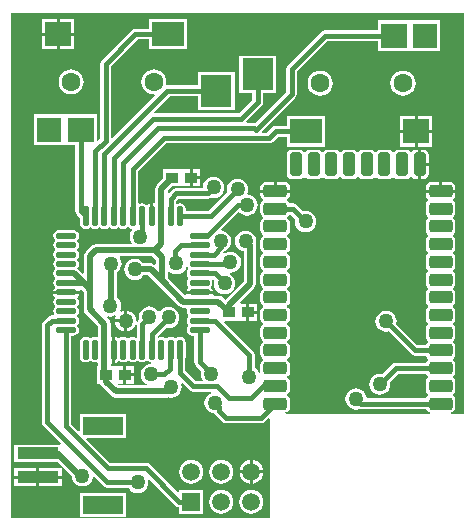
<source format=gbl>
%FSLAX25Y25*%
%MOIN*%
G70*
G01*
G75*
G04 Layer_Physical_Order=2*
G04 Layer_Color=16711680*
%ADD10P,0.05568X4X345.0*%
%ADD11R,0.03937X0.03937*%
%ADD12R,0.02362X0.04528*%
%ADD13P,0.05568X4X285.0*%
%ADD14R,0.04724X0.07677*%
%ADD15R,0.03740X0.03937*%
G04:AMPARAMS|DCode=16|XSize=74.8mil|YSize=74.8mil|CornerRadius=18.7mil|HoleSize=0mil|Usage=FLASHONLY|Rotation=270.000|XOffset=0mil|YOffset=0mil|HoleType=Round|Shape=RoundedRectangle|*
%AMROUNDEDRECTD16*
21,1,0.07480,0.03740,0,0,270.0*
21,1,0.03740,0.07480,0,0,270.0*
1,1,0.03740,-0.01870,-0.01870*
1,1,0.03740,-0.01870,0.01870*
1,1,0.03740,0.01870,0.01870*
1,1,0.03740,0.01870,-0.01870*
%
%ADD16ROUNDEDRECTD16*%
G04:AMPARAMS|DCode=17|XSize=15.75mil|YSize=53.15mil|CornerRadius=3.94mil|HoleSize=0mil|Usage=FLASHONLY|Rotation=270.000|XOffset=0mil|YOffset=0mil|HoleType=Round|Shape=RoundedRectangle|*
%AMROUNDEDRECTD17*
21,1,0.01575,0.04528,0,0,270.0*
21,1,0.00787,0.05315,0,0,270.0*
1,1,0.00787,-0.02264,-0.00394*
1,1,0.00787,-0.02264,0.00394*
1,1,0.00787,0.02264,0.00394*
1,1,0.00787,0.02264,-0.00394*
%
%ADD17ROUNDEDRECTD17*%
G04:AMPARAMS|DCode=18|XSize=70.87mil|YSize=74.8mil|CornerRadius=17.72mil|HoleSize=0mil|Usage=FLASHONLY|Rotation=270.000|XOffset=0mil|YOffset=0mil|HoleType=Round|Shape=RoundedRectangle|*
%AMROUNDEDRECTD18*
21,1,0.07087,0.03937,0,0,270.0*
21,1,0.03543,0.07480,0,0,270.0*
1,1,0.03543,-0.01969,-0.01772*
1,1,0.03543,-0.01969,0.01772*
1,1,0.03543,0.01969,0.01772*
1,1,0.03543,0.01969,-0.01772*
%
%ADD18ROUNDEDRECTD18*%
G04:AMPARAMS|DCode=19|XSize=82.68mil|YSize=62.99mil|CornerRadius=15.75mil|HoleSize=0mil|Usage=FLASHONLY|Rotation=270.000|XOffset=0mil|YOffset=0mil|HoleType=Round|Shape=RoundedRectangle|*
%AMROUNDEDRECTD19*
21,1,0.08268,0.03150,0,0,270.0*
21,1,0.05118,0.06299,0,0,270.0*
1,1,0.03150,-0.01575,-0.02559*
1,1,0.03150,-0.01575,0.02559*
1,1,0.03150,0.01575,0.02559*
1,1,0.03150,0.01575,-0.02559*
%
%ADD19ROUNDEDRECTD19*%
%ADD20R,0.03937X0.03937*%
G04:AMPARAMS|DCode=21|XSize=83mil|YSize=55mil|CornerRadius=13.75mil|HoleSize=0mil|Usage=FLASHONLY|Rotation=180.000|XOffset=0mil|YOffset=0mil|HoleType=Round|Shape=RoundedRectangle|*
%AMROUNDEDRECTD21*
21,1,0.08300,0.02750,0,0,180.0*
21,1,0.05550,0.05500,0,0,180.0*
1,1,0.02750,-0.02775,0.01375*
1,1,0.02750,0.02775,0.01375*
1,1,0.02750,0.02775,-0.01375*
1,1,0.02750,-0.02775,-0.01375*
%
%ADD21ROUNDEDRECTD21*%
%ADD22R,0.04331X0.02559*%
%ADD23R,0.02559X0.04331*%
%ADD24C,0.02000*%
%ADD25C,0.01500*%
%ADD26C,0.01000*%
%ADD27C,0.06299*%
%ADD28R,0.05906X0.05906*%
%ADD29C,0.05906*%
%ADD30C,0.05000*%
G04:AMPARAMS|DCode=31|XSize=78.74mil|YSize=39.37mil|CornerRadius=7.87mil|HoleSize=0mil|Usage=FLASHONLY|Rotation=0.000|XOffset=0mil|YOffset=0mil|HoleType=Round|Shape=RoundedRectangle|*
%AMROUNDEDRECTD31*
21,1,0.07874,0.02362,0,0,0.0*
21,1,0.06299,0.03937,0,0,0.0*
1,1,0.01575,0.03150,-0.01181*
1,1,0.01575,-0.03150,-0.01181*
1,1,0.01575,-0.03150,0.01181*
1,1,0.01575,0.03150,0.01181*
%
%ADD31ROUNDEDRECTD31*%
G04:AMPARAMS|DCode=32|XSize=39.37mil|YSize=78.74mil|CornerRadius=7.87mil|HoleSize=0mil|Usage=FLASHONLY|Rotation=0.000|XOffset=0mil|YOffset=0mil|HoleType=Round|Shape=RoundedRectangle|*
%AMROUNDEDRECTD32*
21,1,0.03937,0.06299,0,0,0.0*
21,1,0.02362,0.07874,0,0,0.0*
1,1,0.01575,0.01181,-0.03150*
1,1,0.01575,-0.01181,-0.03150*
1,1,0.01575,-0.01181,0.03150*
1,1,0.01575,0.01181,0.03150*
%
%ADD32ROUNDEDRECTD32*%
%ADD33O,0.02165X0.06890*%
%ADD34O,0.06890X0.02165*%
%ADD35R,0.07874X0.08268*%
%ADD36R,0.10236X0.10630*%
%ADD37R,0.10630X0.08268*%
%ADD38R,0.08661X0.08268*%
%ADD39R,0.13780X0.03937*%
%ADD40R,0.13386X0.05906*%
%ADD41R,0.03937X0.03740*%
G36*
X549000Y259800D02*
X544544D01*
X544495Y260298D01*
X544906Y260379D01*
X545497Y260774D01*
X545892Y261366D01*
X546031Y262063D01*
Y264425D01*
X545892Y265123D01*
X545497Y265714D01*
X545149Y265947D01*
Y266447D01*
X545497Y266680D01*
X545892Y267271D01*
X546031Y267969D01*
Y270331D01*
X545892Y271028D01*
X545497Y271619D01*
X545149Y271852D01*
Y272352D01*
X545497Y272585D01*
X545892Y273177D01*
X546031Y273874D01*
Y276236D01*
X545892Y276934D01*
X545497Y277525D01*
X545149Y277758D01*
Y278258D01*
X545497Y278491D01*
X545892Y279082D01*
X546031Y279780D01*
Y282142D01*
X545892Y282839D01*
X545497Y283430D01*
X545149Y283663D01*
Y284163D01*
X545497Y284396D01*
X545892Y284988D01*
X546031Y285685D01*
Y288047D01*
X545892Y288745D01*
X545497Y289336D01*
X545149Y289569D01*
Y290069D01*
X545497Y290302D01*
X545892Y290893D01*
X546031Y291591D01*
Y293953D01*
X545892Y294650D01*
X545497Y295241D01*
X545149Y295474D01*
Y295974D01*
X545497Y296207D01*
X545892Y296799D01*
X546031Y297496D01*
Y299858D01*
X545892Y300556D01*
X545497Y301147D01*
X545149Y301380D01*
Y301880D01*
X545497Y302113D01*
X545892Y302704D01*
X546031Y303402D01*
Y305764D01*
X545892Y306461D01*
X545497Y307052D01*
X545149Y307285D01*
Y307785D01*
X545497Y308018D01*
X545892Y308610D01*
X546031Y309307D01*
Y311669D01*
X545892Y312367D01*
X545497Y312958D01*
X545149Y313191D01*
Y313691D01*
X545497Y313924D01*
X545892Y314515D01*
X546031Y315213D01*
Y317575D01*
X545892Y318272D01*
X545497Y318864D01*
X545149Y319096D01*
Y319597D01*
X545497Y319830D01*
X545892Y320421D01*
X546031Y321118D01*
Y323480D01*
X545892Y324178D01*
X545497Y324769D01*
X545149Y325002D01*
Y325502D01*
X545497Y325735D01*
X545892Y326326D01*
X546031Y327024D01*
Y329386D01*
X545892Y330083D01*
X545497Y330675D01*
X545149Y330908D01*
Y331407D01*
X545497Y331641D01*
X545892Y332232D01*
X546031Y332929D01*
Y333610D01*
X536087D01*
Y332929D01*
X536226Y332232D01*
X536621Y331641D01*
X536970Y331407D01*
Y330908D01*
X536621Y330675D01*
X536226Y330083D01*
X536087Y329386D01*
Y327024D01*
X536226Y326326D01*
X536621Y325735D01*
X536970Y325502D01*
Y325002D01*
X536621Y324769D01*
X536226Y324178D01*
X536087Y323480D01*
Y321118D01*
X536226Y320421D01*
X536621Y319830D01*
X536970Y319597D01*
Y319096D01*
X536621Y318864D01*
X536226Y318272D01*
X536087Y317575D01*
Y315213D01*
X536226Y314515D01*
X536621Y313924D01*
X536970Y313691D01*
Y313191D01*
X536621Y312958D01*
X536226Y312367D01*
X536087Y311669D01*
Y309307D01*
X536226Y308610D01*
X536621Y308018D01*
X536970Y307785D01*
Y307285D01*
X536621Y307052D01*
X536226Y306461D01*
X536087Y305764D01*
Y303402D01*
X536226Y302704D01*
X536621Y302113D01*
X536970Y301880D01*
Y301380D01*
X536621Y301147D01*
X536226Y300556D01*
X536087Y299858D01*
Y297496D01*
X536226Y296799D01*
X536621Y296207D01*
X536970Y295974D01*
Y295474D01*
X536621Y295241D01*
X536226Y294650D01*
X536087Y293953D01*
Y291591D01*
X536226Y290893D01*
X536621Y290302D01*
X536970Y290069D01*
Y289569D01*
X536621Y289336D01*
X536226Y288745D01*
X536087Y288047D01*
Y285685D01*
X536226Y284988D01*
X536621Y284396D01*
X536970Y284163D01*
Y283663D01*
X536621Y283430D01*
X536226Y282839D01*
X536207Y282745D01*
X533378D01*
X526313Y289810D01*
X526430Y290700D01*
X526310Y291614D01*
X525957Y292465D01*
X525396Y293196D01*
X524665Y293757D01*
X523814Y294110D01*
X522900Y294230D01*
X521986Y294110D01*
X521135Y293757D01*
X520404Y293196D01*
X519843Y292465D01*
X519490Y291614D01*
X519370Y290700D01*
X519490Y289786D01*
X519843Y288935D01*
X520404Y288204D01*
X521135Y287643D01*
X521986Y287290D01*
X522900Y287170D01*
X523790Y287287D01*
X531378Y279699D01*
X531378Y279699D01*
X531956Y279312D01*
X532639Y279176D01*
X532639Y279176D01*
X536207D01*
X536226Y279082D01*
X536621Y278491D01*
X536970Y278258D01*
Y277758D01*
X536621Y277525D01*
X536226Y276934D01*
X536207Y276839D01*
X526155D01*
X525472Y276704D01*
X524893Y276317D01*
X524893Y276317D01*
X521690Y273113D01*
X520800Y273230D01*
X519886Y273110D01*
X519035Y272757D01*
X518304Y272196D01*
X517743Y271465D01*
X517390Y270614D01*
X517270Y269700D01*
X517390Y268786D01*
X517743Y267935D01*
X518304Y267204D01*
X519035Y266643D01*
X519886Y266290D01*
X520800Y266170D01*
X521714Y266290D01*
X522565Y266643D01*
X523296Y267204D01*
X523857Y267935D01*
X524210Y268786D01*
X524330Y269700D01*
X524213Y270590D01*
X526894Y273271D01*
X536207D01*
X536226Y273177D01*
X536621Y272585D01*
X536970Y272352D01*
Y271852D01*
X536621Y271619D01*
X536226Y271028D01*
X536087Y270331D01*
Y267969D01*
X536226Y267271D01*
X536621Y266680D01*
X536970Y266447D01*
Y265947D01*
X536621Y265714D01*
X536226Y265123D01*
X536207Y265028D01*
X516400D01*
X516310Y265714D01*
X515957Y266565D01*
X515396Y267296D01*
X514665Y267857D01*
X513814Y268210D01*
X512900Y268330D01*
X511986Y268210D01*
X511135Y267857D01*
X510404Y267296D01*
X509843Y266565D01*
X509490Y265714D01*
X509370Y264800D01*
X509490Y263886D01*
X509843Y263035D01*
X510404Y262304D01*
X511135Y261743D01*
X511986Y261390D01*
X512900Y261270D01*
X513814Y261390D01*
X514136Y261524D01*
X514456Y261460D01*
X536207D01*
X536226Y261366D01*
X536621Y260774D01*
X537212Y260379D01*
X537623Y260298D01*
X537574Y259800D01*
X489426D01*
X489377Y260298D01*
X489788Y260379D01*
X490379Y260774D01*
X490774Y261366D01*
X490913Y262063D01*
Y264425D01*
X490774Y265123D01*
X490379Y265714D01*
X490030Y265947D01*
Y266447D01*
X490379Y266680D01*
X490774Y267271D01*
X490913Y267969D01*
Y270331D01*
X490774Y271028D01*
X490379Y271619D01*
X490030Y271852D01*
Y272352D01*
X490379Y272585D01*
X490774Y273177D01*
X490913Y273874D01*
Y276236D01*
X490774Y276934D01*
X490379Y277525D01*
X490030Y277758D01*
Y278258D01*
X490379Y278491D01*
X490774Y279082D01*
X490913Y279780D01*
Y282142D01*
X490774Y282839D01*
X490379Y283430D01*
X490030Y283663D01*
Y284163D01*
X490379Y284396D01*
X490774Y284988D01*
X490913Y285685D01*
Y288047D01*
X490774Y288745D01*
X490379Y289336D01*
X490030Y289569D01*
Y290069D01*
X490379Y290302D01*
X490774Y290893D01*
X490913Y291591D01*
Y293953D01*
X490774Y294650D01*
X490379Y295241D01*
X490030Y295474D01*
Y295974D01*
X490379Y296207D01*
X490774Y296799D01*
X490913Y297496D01*
Y299858D01*
X490774Y300556D01*
X490379Y301147D01*
X490030Y301380D01*
Y301880D01*
X490379Y302113D01*
X490774Y302704D01*
X490913Y303402D01*
Y305764D01*
X490774Y306461D01*
X490379Y307052D01*
X490030Y307285D01*
Y307786D01*
X490379Y308018D01*
X490774Y308610D01*
X490913Y309307D01*
Y311669D01*
X490774Y312367D01*
X490379Y312958D01*
X490030Y313191D01*
Y313691D01*
X490379Y313924D01*
X490774Y314515D01*
X490913Y315213D01*
Y317575D01*
X490774Y318272D01*
X490379Y318864D01*
X490030Y319096D01*
Y319597D01*
X490379Y319830D01*
X490774Y320421D01*
X490913Y321118D01*
Y323480D01*
X490774Y324178D01*
X490379Y324769D01*
X490030Y325002D01*
Y325502D01*
X490379Y325735D01*
X490706Y326224D01*
X491095Y326262D01*
X491244Y326233D01*
X492675Y324801D01*
X492570Y324000D01*
X492690Y323086D01*
X493043Y322235D01*
X493604Y321504D01*
X494335Y320943D01*
X495186Y320590D01*
X496100Y320470D01*
X497014Y320590D01*
X497865Y320943D01*
X498596Y321504D01*
X499157Y322235D01*
X499510Y323086D01*
X499630Y324000D01*
X499510Y324914D01*
X499157Y325765D01*
X498596Y326496D01*
X497865Y327057D01*
X497014Y327410D01*
X496100Y327530D01*
X495186Y327410D01*
X495135Y327389D01*
X493057Y329466D01*
X492478Y329853D01*
X491795Y329989D01*
X490793D01*
X490774Y330083D01*
X490379Y330675D01*
X490030Y330908D01*
Y331407D01*
X490379Y331641D01*
X490774Y332232D01*
X490913Y332929D01*
Y333610D01*
X480969D01*
Y332929D01*
X481108Y332232D01*
X481503Y331641D01*
X481851Y331407D01*
Y330908D01*
X481503Y330675D01*
X481108Y330083D01*
X480969Y329386D01*
Y327024D01*
X481108Y326326D01*
X481503Y325735D01*
X481851Y325502D01*
Y325002D01*
X481503Y324769D01*
X481108Y324178D01*
X480969Y323480D01*
Y321118D01*
X481108Y320421D01*
X481503Y319830D01*
X481851Y319597D01*
Y319096D01*
X481503Y318864D01*
X481108Y318272D01*
X480969Y317575D01*
Y315213D01*
X481108Y314515D01*
X481503Y313924D01*
X481851Y313691D01*
Y313191D01*
X481503Y312958D01*
X481108Y312367D01*
X480969Y311669D01*
Y309307D01*
X481108Y308610D01*
X481503Y308018D01*
X481851Y307786D01*
Y307285D01*
X481503Y307052D01*
X481108Y306461D01*
X480969Y305764D01*
Y303402D01*
X481108Y302704D01*
X481503Y302113D01*
X481851Y301880D01*
Y301380D01*
X481503Y301147D01*
X481108Y300556D01*
X480969Y299858D01*
Y297496D01*
X481108Y296799D01*
X481503Y296207D01*
X481851Y295974D01*
Y295474D01*
X481503Y295241D01*
X481108Y294650D01*
X480969Y293953D01*
Y291591D01*
X481108Y290893D01*
X481503Y290302D01*
X481851Y290069D01*
Y289569D01*
X481503Y289336D01*
X481108Y288745D01*
X480969Y288047D01*
Y285685D01*
X481108Y284988D01*
X481503Y284396D01*
X481851Y284163D01*
Y283663D01*
X481503Y283430D01*
X481108Y282839D01*
X480969Y282142D01*
Y279780D01*
X481108Y279082D01*
X481503Y278491D01*
X481851Y278258D01*
Y277758D01*
X481503Y277525D01*
X481108Y276934D01*
X480969Y276236D01*
Y273874D01*
X481002Y273710D01*
X480523Y273565D01*
X480357Y273965D01*
X479796Y274696D01*
X479084Y275242D01*
Y279500D01*
X478948Y280183D01*
X478562Y280762D01*
X478562Y280762D01*
X468955Y290368D01*
X469147Y290830D01*
X473519D01*
Y290830D01*
X473519D01*
X473519Y290830D01*
X473881D01*
Y290830D01*
X476350D01*
Y293700D01*
Y296570D01*
X474507D01*
X474316Y297032D01*
X478942Y301658D01*
X479384Y302320D01*
X479539Y303100D01*
X479539Y303100D01*
X479539Y303100D01*
Y303100D01*
Y316000D01*
X479464Y316376D01*
X479510Y316486D01*
X479630Y317400D01*
X479510Y318314D01*
X479157Y319165D01*
X478596Y319896D01*
X477865Y320457D01*
X477014Y320810D01*
X476100Y320930D01*
X475186Y320810D01*
X474335Y320457D01*
X473604Y319896D01*
X473043Y319165D01*
X472690Y318314D01*
X472570Y317400D01*
X472690Y316486D01*
X473043Y315635D01*
X473604Y314904D01*
X474335Y314343D01*
X475186Y313990D01*
X475461Y313954D01*
Y303945D01*
X469325Y297809D01*
X468492Y298643D01*
X467830Y299085D01*
X467050Y299240D01*
X465403D01*
X465086Y299626D01*
X465130Y299850D01*
X456358D01*
X456394Y299666D01*
X455954Y299430D01*
X450239Y305145D01*
Y307142D01*
X450688Y307363D01*
X451235Y306943D01*
X452086Y306590D01*
X453000Y306470D01*
X453914Y306590D01*
X454765Y306943D01*
X455496Y307504D01*
X456057Y308235D01*
X456277Y308766D01*
X456775Y308815D01*
X457024Y308442D01*
Y308007D01*
X456608Y307384D01*
X456462Y306650D01*
X456608Y305915D01*
X457024Y305292D01*
Y304857D01*
X456608Y304235D01*
X456462Y303500D01*
X456608Y302765D01*
X457024Y302143D01*
D01*
X456880Y301852D01*
X456880D01*
X456420Y301163D01*
X456358Y300850D01*
X465130D01*
X465068Y301163D01*
X464608Y301852D01*
X464608D01*
X464464Y302143D01*
D01*
X464880Y302765D01*
X465026Y303500D01*
X464880Y304235D01*
X464762Y304411D01*
X465148Y304729D01*
X465687Y304190D01*
X465570Y303300D01*
X465690Y302386D01*
X466043Y301535D01*
X466604Y300804D01*
X467335Y300243D01*
X468186Y299890D01*
X469100Y299770D01*
X470014Y299890D01*
X470865Y300243D01*
X471596Y300804D01*
X472157Y301535D01*
X472510Y302386D01*
X472630Y303300D01*
X472510Y304214D01*
X472157Y305065D01*
X471596Y305796D01*
X470865Y306357D01*
X470758Y306402D01*
X470887Y306885D01*
X471000Y306870D01*
X471914Y306990D01*
X472765Y307343D01*
X473496Y307904D01*
X474057Y308635D01*
X474410Y309486D01*
X474530Y310400D01*
X474410Y311314D01*
X474057Y312165D01*
X473496Y312896D01*
X472765Y313457D01*
X471914Y313810D01*
X471000Y313930D01*
X470086Y313810D01*
X469235Y313457D01*
X469026Y313297D01*
X468696Y313672D01*
X469062Y314038D01*
X469062Y314038D01*
X469150Y314171D01*
X469565Y314343D01*
X470296Y314904D01*
X470857Y315635D01*
X471210Y316486D01*
X471330Y317400D01*
X471210Y318314D01*
X470857Y319165D01*
X470296Y319896D01*
X469565Y320457D01*
X468714Y320810D01*
X468143Y320885D01*
X467982Y321359D01*
X473577Y326954D01*
X474076Y326921D01*
X474089Y326904D01*
X474820Y326343D01*
X475672Y325990D01*
X476585Y325870D01*
X477499Y325990D01*
X478350Y326343D01*
X479081Y326904D01*
X479642Y327635D01*
X479995Y328486D01*
X480115Y329400D01*
X479995Y330314D01*
X479642Y331165D01*
X479081Y331896D01*
X478350Y332457D01*
X477499Y332810D01*
X476869Y332893D01*
X476619Y333326D01*
X476810Y333786D01*
X476930Y334700D01*
X476810Y335614D01*
X476457Y336465D01*
X475896Y337196D01*
X475165Y337757D01*
X474314Y338110D01*
X473400Y338230D01*
X472486Y338110D01*
X471635Y337757D01*
X470904Y337196D01*
X470343Y336465D01*
X469990Y335614D01*
X469870Y334700D01*
X469987Y333810D01*
X463705Y327528D01*
X456168D01*
Y328106D01*
X456021Y328841D01*
X455605Y329464D01*
X454983Y329880D01*
X454248Y330026D01*
X453513Y329880D01*
X453324Y329753D01*
X452883Y329989D01*
Y330859D01*
X453539Y331516D01*
X463400D01*
X464083Y331651D01*
X464458Y331902D01*
X464486Y331890D01*
X465400Y331770D01*
X466314Y331890D01*
X467165Y332243D01*
X467896Y332804D01*
X468457Y333535D01*
X468810Y334386D01*
X468930Y335300D01*
X468810Y336214D01*
X468457Y337065D01*
X467896Y337796D01*
X467165Y338357D01*
X466314Y338710D01*
X465400Y338830D01*
X464486Y338710D01*
X463635Y338357D01*
X462904Y337796D01*
X462343Y337065D01*
X461990Y336214D01*
X461870Y335300D01*
X461681Y335084D01*
X452800D01*
X452800Y335084D01*
X452117Y334948D01*
X451828Y334755D01*
X451538Y334562D01*
X451538Y334562D01*
X450450Y333473D01*
X450199Y333577D01*
X450102Y334068D01*
X451664Y335630D01*
X454619D01*
Y335630D01*
X454619D01*
X454619Y335630D01*
X454981D01*
Y335630D01*
X457450D01*
Y338500D01*
Y341370D01*
X454981D01*
D01*
D01*
X454981Y341370D01*
X454619D01*
Y341370D01*
X448682D01*
Y338415D01*
X446507Y336240D01*
X446065Y335579D01*
X445910Y334798D01*
Y330403D01*
X445523Y330086D01*
X445299Y330130D01*
Y325744D01*
X444299D01*
Y330130D01*
X443987Y330068D01*
X443298Y329608D01*
Y329608D01*
X443007Y329464D01*
X442384Y329880D01*
X441650Y330026D01*
X440915Y329880D01*
X440725Y329753D01*
X440284Y329989D01*
Y340761D01*
X449539Y350016D01*
X484000D01*
X484683Y350151D01*
X485262Y350538D01*
X486994Y352271D01*
X489961D01*
Y348921D01*
X502591D01*
Y359189D01*
X489961D01*
Y355839D01*
X486255D01*
X485572Y355704D01*
X484993Y355317D01*
X483261Y353584D01*
X481661D01*
X481470Y354046D01*
X492662Y365238D01*
X493048Y365817D01*
X493184Y366500D01*
X493184Y366500D01*
X493184Y366500D01*
Y366500D01*
Y373961D01*
X503384Y384161D01*
X520079D01*
Y380811D01*
X530740D01*
Y380811D01*
X530740D01*
X530740Y380811D01*
X531102D01*
Y380811D01*
X540976D01*
Y391079D01*
X531102D01*
D01*
D01*
X531102Y391079D01*
X530740D01*
Y391079D01*
X520079D01*
Y387729D01*
X502645D01*
X501962Y387593D01*
X501383Y387207D01*
X490138Y375962D01*
X489751Y375383D01*
X489616Y374700D01*
X489616Y374700D01*
X489616D01*
X489616Y374700D01*
X489616D01*
Y367239D01*
X479218Y356841D01*
X479000Y356884D01*
X476461D01*
X476270Y357346D01*
X480062Y361138D01*
X480062Y361138D01*
X480255Y361428D01*
X480263Y361440D01*
X481395Y362572D01*
X481395Y362572D01*
X481782Y363151D01*
X481918Y363834D01*
Y366638D01*
X486252D01*
Y379268D01*
X474016D01*
Y366638D01*
X478350D01*
Y364573D01*
X477538Y363762D01*
X477337Y363460D01*
X473861Y359984D01*
X445661D01*
X445470Y360446D01*
X450786Y365763D01*
X460248D01*
Y361232D01*
X472484D01*
Y373862D01*
X460248D01*
Y369332D01*
X450047D01*
X449939Y369310D01*
X449574Y369652D01*
X449685Y370500D01*
X449543Y371583D01*
X449125Y372593D01*
X448459Y373460D01*
X447593Y374125D01*
X446583Y374543D01*
X445500Y374685D01*
X444417Y374543D01*
X443407Y374125D01*
X442541Y373460D01*
X441875Y372593D01*
X441457Y371583D01*
X441315Y370500D01*
X441457Y369417D01*
X441875Y368407D01*
X442541Y367541D01*
X443407Y366875D01*
X444417Y366457D01*
X445500Y366315D01*
X445640Y366333D01*
X445861Y365885D01*
X431696Y351720D01*
X431234Y351911D01*
Y375811D01*
X440084Y384661D01*
X443910D01*
Y381311D01*
X456539D01*
Y391579D01*
X443910D01*
Y388229D01*
X439345D01*
X438662Y388093D01*
X438083Y387707D01*
X438083Y387706D01*
X428188Y377812D01*
X427802Y377233D01*
X427666Y376550D01*
X427666Y376550D01*
X427666D01*
X427666Y376550D01*
X427666D01*
Y351639D01*
X426883Y350857D01*
X426421Y351048D01*
Y359689D01*
X415760D01*
D01*
D01*
X415760Y359689D01*
X415398D01*
Y359689D01*
X405524D01*
Y349421D01*
X415398D01*
Y349421D01*
X415398D01*
X415398Y349421D01*
X415760D01*
Y349421D01*
X419306D01*
Y327406D01*
X419306Y327406D01*
X419306D01*
X419442Y326723D01*
X419829Y326144D01*
X420832Y325140D01*
Y323382D01*
X420978Y322647D01*
X421395Y322024D01*
X422017Y321608D01*
X422752Y321462D01*
X423487Y321608D01*
X424109Y322024D01*
X424544D01*
X425167Y321608D01*
X425902Y321462D01*
X426636Y321608D01*
X427259Y322024D01*
X427694D01*
X428317Y321608D01*
X429051Y321462D01*
X429786Y321608D01*
X430408Y322024D01*
X430843D01*
X431466Y321608D01*
X432201Y321462D01*
X432935Y321608D01*
X433558Y322024D01*
X433993D01*
X434616Y321608D01*
X435350Y321462D01*
X436085Y321608D01*
X436708Y322024D01*
X437143D01*
X437765Y321608D01*
X438083Y321545D01*
X438259Y321077D01*
X437943Y320665D01*
X437590Y319814D01*
X437470Y318900D01*
X437590Y317986D01*
X437943Y317135D01*
X438132Y316888D01*
X437911Y316439D01*
X426100D01*
X426100Y316439D01*
X425320Y316284D01*
X424658Y315842D01*
X422758Y313942D01*
X422316Y313280D01*
X422161Y312500D01*
Y306776D01*
X421699Y306585D01*
X420192Y308091D01*
X420127Y308135D01*
X419976Y308442D01*
D01*
X420392Y309065D01*
X420538Y309799D01*
X420392Y310534D01*
X419975Y311157D01*
Y311592D01*
X420392Y312214D01*
X420538Y312949D01*
X420392Y313683D01*
X419975Y314306D01*
Y314741D01*
X420392Y315364D01*
X420538Y316098D01*
X420392Y316833D01*
X419975Y317456D01*
Y317891D01*
X420392Y318513D01*
X420538Y319248D01*
X420392Y319983D01*
X419975Y320605D01*
X419353Y321022D01*
X418618Y321168D01*
X413894D01*
X413159Y321022D01*
X412536Y320605D01*
X412120Y319983D01*
X411974Y319248D01*
X412120Y318513D01*
X412536Y317891D01*
Y317456D01*
X412120Y316833D01*
X411974Y316098D01*
X412120Y315364D01*
X412536Y314741D01*
Y314306D01*
X412120Y313683D01*
X411974Y312949D01*
X412120Y312214D01*
X412536Y311592D01*
Y311157D01*
X412120Y310534D01*
X411974Y309799D01*
X412120Y309065D01*
X412536Y308442D01*
Y308007D01*
X412120Y307384D01*
X411974Y306650D01*
X412120Y305915D01*
X412536Y305292D01*
Y304857D01*
X412120Y304235D01*
X411974Y303500D01*
X412120Y302765D01*
X412536Y302143D01*
D01*
X412392Y301852D01*
X412392D01*
X411932Y301163D01*
X411870Y300850D01*
X420642D01*
X420637Y300874D01*
X420854Y301138D01*
X421353Y301163D01*
X422161Y300355D01*
Y294700D01*
X422161Y294700D01*
X422161D01*
X422316Y293920D01*
X422758Y293258D01*
X427012Y289004D01*
Y285711D01*
X426625Y285394D01*
X425902Y285538D01*
X425167Y285391D01*
X424544Y284975D01*
X424109D01*
X423487Y285391D01*
X422752Y285538D01*
X422017Y285391D01*
X421395Y284975D01*
X420978Y284353D01*
X420832Y283618D01*
Y278894D01*
X420978Y278159D01*
X421395Y277536D01*
X422017Y277120D01*
X422752Y276974D01*
X423487Y277120D01*
X424109Y277536D01*
X424544D01*
X425167Y277120D01*
X425902Y276974D01*
X426625Y277118D01*
X427012Y276801D01*
Y275670D01*
X426582D01*
Y269930D01*
X427506D01*
X427666Y269769D01*
X427666Y269769D01*
Y269769D01*
X428109Y269108D01*
X431358Y265858D01*
X432020Y265416D01*
X432800Y265261D01*
X449900D01*
X450276Y265336D01*
X450386Y265290D01*
X451300Y265170D01*
X452214Y265290D01*
X453065Y265643D01*
X453796Y266204D01*
X454357Y266935D01*
X454710Y267786D01*
X454830Y268700D01*
X454710Y269614D01*
X454597Y269886D01*
X455013Y270164D01*
X457438Y267738D01*
X457438Y267738D01*
X457728Y267545D01*
X458017Y267352D01*
X458700Y267216D01*
X458700Y267216D01*
X464443D01*
X464541Y266725D01*
X464135Y266557D01*
X463404Y265996D01*
X462843Y265265D01*
X462490Y264414D01*
X462370Y263500D01*
X462490Y262586D01*
X462843Y261735D01*
X463404Y261004D01*
X464135Y260443D01*
X464986Y260090D01*
X465711Y259995D01*
X465971Y259606D01*
X468238Y257338D01*
X468817Y256951D01*
X469500Y256816D01*
X481297D01*
X481980Y256951D01*
X482558Y257338D01*
X483638Y258418D01*
X484100Y258226D01*
Y225000D01*
X398000D01*
Y393500D01*
X549000D01*
Y259800D01*
D02*
G37*
G36*
X446161Y311155D02*
Y309826D01*
X445720Y309590D01*
X445280Y309884D01*
X444500Y310039D01*
X442047D01*
X441696Y310496D01*
X440965Y311057D01*
X440114Y311410D01*
X439200Y311530D01*
X438286Y311410D01*
X437435Y311057D01*
X436704Y310496D01*
X436143Y309765D01*
X435790Y308914D01*
X435670Y308000D01*
X435790Y307086D01*
X436143Y306235D01*
X436704Y305504D01*
X437435Y304943D01*
X438286Y304590D01*
X439200Y304470D01*
X440114Y304590D01*
X440965Y304943D01*
X441696Y305504D01*
X442047Y305961D01*
X443655D01*
X446758Y302858D01*
X446758D01*
X446758Y302858D01*
X453857Y295759D01*
X454519Y295317D01*
X455299Y295162D01*
X456289D01*
X456606Y294775D01*
X456462Y294051D01*
X456608Y293317D01*
X457024Y292694D01*
Y292259D01*
X456608Y291636D01*
X456462Y290902D01*
X456608Y290167D01*
X457024Y289544D01*
Y289109D01*
X456608Y288487D01*
X456462Y287752D01*
X456608Y287017D01*
X457024Y286395D01*
X457647Y285979D01*
X458382Y285832D01*
X458960D01*
Y277106D01*
X458960Y277106D01*
X458960D01*
X459096Y276423D01*
X459482Y275844D01*
X461187Y274140D01*
X461070Y273250D01*
X461190Y272336D01*
X461543Y271485D01*
X461736Y271233D01*
X461515Y270784D01*
X459439D01*
X456032Y274191D01*
Y278214D01*
X456168Y278894D01*
Y283618D01*
X456021Y284353D01*
X455605Y284975D01*
X454983Y285391D01*
X454248Y285538D01*
X453513Y285391D01*
X452891Y284975D01*
X452456D01*
X451833Y285391D01*
X451098Y285538D01*
X450364Y285391D01*
X449741Y284975D01*
X449306D01*
X448683Y285391D01*
X447949Y285538D01*
X447214Y285391D01*
X447024Y285265D01*
X446849Y285358D01*
X446776Y285853D01*
X449510Y288587D01*
X450400Y288470D01*
X451314Y288590D01*
X452165Y288943D01*
X452896Y289504D01*
X453457Y290235D01*
X453810Y291086D01*
X453930Y292000D01*
X453810Y292914D01*
X453457Y293765D01*
X452896Y294496D01*
X452165Y295057D01*
X451314Y295410D01*
X450400Y295530D01*
X449486Y295410D01*
X448635Y295057D01*
X447904Y294496D01*
X447588Y294085D01*
X447274Y293955D01*
X446988D01*
X446496Y294596D01*
X445765Y295157D01*
X444914Y295510D01*
X444000Y295630D01*
X443086Y295510D01*
X442235Y295157D01*
X441504Y294596D01*
X440943Y293865D01*
X440590Y293014D01*
X440470Y292100D01*
X440587Y291210D01*
X440388Y291011D01*
X440091Y290566D01*
X439623Y290742D01*
X439630Y290800D01*
X439510Y291714D01*
X439157Y292565D01*
X438596Y293296D01*
X437865Y293857D01*
X437014Y294210D01*
X436600Y294264D01*
Y290800D01*
Y287336D01*
X437014Y287390D01*
X437865Y287743D01*
X438596Y288304D01*
X439157Y289035D01*
X439375Y289560D01*
X439865Y289463D01*
Y285500D01*
X439424Y285265D01*
X439235Y285391D01*
X438500Y285538D01*
X437765Y285391D01*
X437143Y284975D01*
X436708D01*
X436085Y285391D01*
X435350Y285538D01*
X434616Y285391D01*
X433993Y284976D01*
X433702Y285120D01*
Y285120D01*
X433013Y285580D01*
X432701Y285642D01*
Y281256D01*
Y276870D01*
X433013Y276932D01*
X433702Y277392D01*
Y277392D01*
X433993Y277536D01*
X433993D01*
X434616Y277120D01*
X435350Y276974D01*
X436085Y277120D01*
X436708Y277536D01*
X437143D01*
X437765Y277120D01*
X438500Y276974D01*
X439235Y277120D01*
X439857Y277536D01*
X440292D01*
X440915Y277120D01*
X441650Y276974D01*
X442384Y277120D01*
X443007Y277536D01*
X443442D01*
X444065Y277120D01*
X444597Y277014D01*
X444581Y276515D01*
X443786Y276410D01*
X442935Y276057D01*
X442204Y275496D01*
X441643Y274765D01*
X441290Y273914D01*
X441170Y273000D01*
X441290Y272086D01*
X441643Y271235D01*
X442204Y270504D01*
X442935Y269943D01*
X443208Y269830D01*
X443111Y269339D01*
X433913D01*
X433635Y269755D01*
X433707Y269930D01*
X435350D01*
Y272800D01*
Y275670D01*
X432881D01*
D01*
D01*
X432881Y275670D01*
X432519D01*
Y275670D01*
X431090D01*
Y276597D01*
X431477Y276914D01*
X431701Y276870D01*
Y281256D01*
Y285642D01*
X431477Y285598D01*
X431090Y285915D01*
Y289849D01*
X430935Y290629D01*
X430758Y290894D01*
X430493Y291291D01*
X430493Y291291D01*
X429883Y291900D01*
X430086Y292390D01*
X431000Y292270D01*
X431914Y292390D01*
X432585Y292668D01*
X432939Y292315D01*
X432690Y291714D01*
X432636Y291300D01*
X435600D01*
Y294264D01*
X435186Y294210D01*
X434515Y293932D01*
X434161Y294285D01*
X434410Y294886D01*
X434530Y295800D01*
X434410Y296714D01*
X434057Y297565D01*
X433496Y298296D01*
X433339Y298417D01*
Y307053D01*
X433796Y307404D01*
X434357Y308135D01*
X434710Y308986D01*
X434830Y309900D01*
X434710Y310814D01*
X434357Y311665D01*
X434167Y311912D01*
X434389Y312361D01*
X444955D01*
X446161Y311155D01*
D02*
G37*
%LPC*%
G36*
X438818Y272300D02*
X436350D01*
Y269930D01*
X438818D01*
Y272300D01*
D02*
G37*
G36*
X478500Y244421D02*
Y241000D01*
X481921D01*
X481851Y241532D01*
X481453Y242493D01*
X480819Y243319D01*
X479993Y243953D01*
X479032Y244351D01*
X478500Y244421D01*
D02*
G37*
G36*
X414736Y241721D02*
X407346D01*
Y239252D01*
X414736D01*
Y241721D01*
D02*
G37*
G36*
X477500Y244421D02*
X476968Y244351D01*
X476007Y243953D01*
X475181Y243319D01*
X474547Y242493D01*
X474149Y241532D01*
X474079Y241000D01*
X477500D01*
Y244421D01*
D02*
G37*
G36*
X438818Y275670D02*
X436350D01*
Y273300D01*
X438818D01*
Y275670D01*
D02*
G37*
G36*
X479818Y296570D02*
X477350D01*
Y294200D01*
X479818D01*
Y296570D01*
D02*
G37*
G36*
X420642Y299850D02*
X411870D01*
X411932Y299538D01*
X412392Y298849D01*
X412392D01*
X412536Y298558D01*
X412120Y297935D01*
X411974Y297201D01*
X412120Y296466D01*
X412536Y295844D01*
Y295409D01*
X412120Y294786D01*
X411974Y294051D01*
X412120Y293317D01*
X412247Y293127D01*
X412011Y292686D01*
X411602D01*
X410919Y292550D01*
X410340Y292163D01*
X408738Y290562D01*
X408352Y289983D01*
X408216Y289300D01*
X408216Y289300D01*
X408216D01*
X408216Y289300D01*
X408216D01*
Y257000D01*
X408216Y257000D01*
X408216D01*
X408352Y256317D01*
X408738Y255738D01*
X414420Y250056D01*
X414229Y249594D01*
X398957D01*
Y243657D01*
X413459D01*
X418208Y238908D01*
X418290Y238286D01*
X418643Y237435D01*
X419204Y236704D01*
X419935Y236143D01*
X420786Y235790D01*
X421700Y235670D01*
X422614Y235790D01*
X423465Y236143D01*
X424196Y236704D01*
X424757Y237435D01*
X425110Y238286D01*
X425162Y238681D01*
X425635Y238841D01*
X428738Y235738D01*
X429317Y235351D01*
X430000Y235216D01*
X437057D01*
X437604Y234504D01*
X438335Y233943D01*
X439186Y233590D01*
X440100Y233470D01*
X441014Y233590D01*
X441865Y233943D01*
X442596Y234504D01*
X443157Y235235D01*
X443510Y236086D01*
X443630Y237000D01*
X443528Y237779D01*
X443976Y238001D01*
X452738Y229238D01*
X453317Y228852D01*
X454000Y228716D01*
X454047D01*
Y226547D01*
X461953D01*
Y234453D01*
X454047D01*
Y233629D01*
X453585Y233438D01*
X444062Y242962D01*
X443483Y243349D01*
X442800Y243484D01*
X430939D01*
X422960Y251463D01*
X423151Y251925D01*
X436193D01*
Y259831D01*
X420807D01*
Y254270D01*
X420345Y254078D01*
X418040Y256383D01*
Y285832D01*
X418618D01*
X419353Y285979D01*
X419975Y286395D01*
X420392Y287017D01*
X420538Y287752D01*
X420392Y288487D01*
X419975Y289109D01*
Y289544D01*
X420392Y290167D01*
X420538Y290902D01*
X420392Y291636D01*
X419975Y292259D01*
Y292694D01*
X420392Y293317D01*
X420538Y294051D01*
X420392Y294786D01*
X419975Y295409D01*
Y295844D01*
X420392Y296466D01*
X420538Y297201D01*
X420392Y297935D01*
X419976Y298558D01*
X420120Y298849D01*
X420120D01*
X420580Y299538D01*
X420642Y299850D01*
D02*
G37*
G36*
X435600Y290300D02*
X432636D01*
X432690Y289886D01*
X433043Y289035D01*
X433604Y288304D01*
X434335Y287743D01*
X435186Y287390D01*
X435600Y287336D01*
Y290300D01*
D02*
G37*
G36*
X479818Y293200D02*
X477350D01*
Y290830D01*
X479818D01*
Y293200D01*
D02*
G37*
G36*
X406347Y238252D02*
X398957D01*
Y235784D01*
X406347D01*
Y238252D01*
D02*
G37*
G36*
X414736D02*
X407346D01*
Y235784D01*
X414736D01*
Y238252D01*
D02*
G37*
G36*
X478000Y234487D02*
X476968Y234351D01*
X476007Y233953D01*
X475181Y233319D01*
X474547Y232493D01*
X474149Y231532D01*
X474013Y230500D01*
X474149Y229468D01*
X474547Y228507D01*
X475181Y227681D01*
X476007Y227047D01*
X476968Y226649D01*
X478000Y226513D01*
X479032Y226649D01*
X479993Y227047D01*
X480819Y227681D01*
X481453Y228507D01*
X481851Y229468D01*
X481987Y230500D01*
X481851Y231532D01*
X481453Y232493D01*
X480819Y233319D01*
X479993Y233953D01*
X479032Y234351D01*
X478000Y234487D01*
D02*
G37*
G36*
X436193Y233453D02*
X420807D01*
Y225547D01*
X436193D01*
Y233453D01*
D02*
G37*
G36*
X468000Y234487D02*
X466968Y234351D01*
X466007Y233953D01*
X465181Y233319D01*
X464547Y232493D01*
X464149Y231532D01*
X464013Y230500D01*
X464149Y229468D01*
X464547Y228507D01*
X465181Y227681D01*
X466007Y227047D01*
X466968Y226649D01*
X468000Y226513D01*
X469032Y226649D01*
X469993Y227047D01*
X470819Y227681D01*
X471453Y228507D01*
X471851Y229468D01*
X471987Y230500D01*
X471851Y231532D01*
X471453Y232493D01*
X470819Y233319D01*
X469993Y233953D01*
X469032Y234351D01*
X468000Y234487D01*
D02*
G37*
G36*
X481921Y240000D02*
X478500D01*
Y236579D01*
X479032Y236649D01*
X479993Y237047D01*
X480819Y237681D01*
X481453Y238507D01*
X481851Y239468D01*
X481921Y240000D01*
D02*
G37*
G36*
X406347Y241721D02*
X398957D01*
Y239252D01*
X406347D01*
Y241721D01*
D02*
G37*
G36*
X477500Y240000D02*
X474079D01*
X474149Y239468D01*
X474547Y238507D01*
X475181Y237681D01*
X476007Y237047D01*
X476968Y236649D01*
X477500Y236579D01*
Y240000D01*
D02*
G37*
G36*
X458000Y244487D02*
X456968Y244351D01*
X456007Y243953D01*
X455181Y243319D01*
X454547Y242493D01*
X454149Y241532D01*
X454013Y240500D01*
X454149Y239468D01*
X454547Y238507D01*
X455181Y237681D01*
X456007Y237047D01*
X456968Y236649D01*
X458000Y236513D01*
X459032Y236649D01*
X459993Y237047D01*
X460819Y237681D01*
X461453Y238507D01*
X461851Y239468D01*
X461987Y240500D01*
X461851Y241532D01*
X461453Y242493D01*
X460819Y243319D01*
X459993Y243953D01*
X459032Y244351D01*
X458000Y244487D01*
D02*
G37*
G36*
X468000D02*
X466968Y244351D01*
X466007Y243953D01*
X465181Y243319D01*
X464547Y242493D01*
X464149Y241532D01*
X464013Y240500D01*
X464149Y239468D01*
X464547Y238507D01*
X465181Y237681D01*
X466007Y237047D01*
X466968Y236649D01*
X468000Y236513D01*
X469032Y236649D01*
X469993Y237047D01*
X470819Y237681D01*
X471453Y238507D01*
X471851Y239468D01*
X471987Y240500D01*
X471851Y241532D01*
X471453Y242493D01*
X470819Y243319D01*
X469993Y243953D01*
X469032Y244351D01*
X468000Y244487D01*
D02*
G37*
G36*
X501000Y374185D02*
X499917Y374043D01*
X498907Y373625D01*
X498040Y372959D01*
X497375Y372093D01*
X496957Y371083D01*
X496815Y370000D01*
X496957Y368917D01*
X497375Y367907D01*
X498040Y367040D01*
X498907Y366375D01*
X499917Y365957D01*
X501000Y365815D01*
X502083Y365957D01*
X503093Y366375D01*
X503960Y367040D01*
X504625Y367907D01*
X505043Y368917D01*
X505185Y370000D01*
X505043Y371083D01*
X504625Y372093D01*
X503960Y372959D01*
X503093Y373625D01*
X502083Y374043D01*
X501000Y374185D01*
D02*
G37*
G36*
X528559D02*
X527476Y374043D01*
X526466Y373625D01*
X525599Y372959D01*
X524934Y372093D01*
X524516Y371083D01*
X524374Y370000D01*
X524516Y368917D01*
X524934Y367907D01*
X525599Y367040D01*
X526466Y366375D01*
X527476Y365957D01*
X528559Y365815D01*
X529642Y365957D01*
X530652Y366375D01*
X531519Y367040D01*
X532184Y367907D01*
X532602Y368917D01*
X532745Y370000D01*
X532602Y371083D01*
X532184Y372093D01*
X531519Y372959D01*
X530652Y373625D01*
X529642Y374043D01*
X528559Y374185D01*
D02*
G37*
G36*
X538221Y359189D02*
X533390D01*
Y354555D01*
X538221D01*
Y359189D01*
D02*
G37*
G36*
Y353555D02*
X533390D01*
Y348921D01*
X538221D01*
Y353555D01*
D02*
G37*
G36*
X532390Y359189D02*
X527559D01*
Y354555D01*
X532390D01*
Y359189D01*
D02*
G37*
G36*
X413110Y391579D02*
X408280D01*
Y386945D01*
X413110D01*
Y391579D01*
D02*
G37*
G36*
X418941D02*
X414110D01*
Y386945D01*
X418941D01*
Y391579D01*
D02*
G37*
G36*
Y385945D02*
X414110D01*
Y381311D01*
X418941D01*
Y385945D01*
D02*
G37*
G36*
X417941Y374685D02*
X416858Y374543D01*
X415848Y374125D01*
X414981Y373460D01*
X414316Y372593D01*
X413898Y371583D01*
X413756Y370500D01*
X413898Y369417D01*
X414316Y368407D01*
X414981Y367541D01*
X415848Y366875D01*
X416858Y366457D01*
X417941Y366315D01*
X419024Y366457D01*
X420034Y366875D01*
X420900Y367541D01*
X421566Y368407D01*
X421984Y369417D01*
X422126Y370500D01*
X421984Y371583D01*
X421566Y372593D01*
X420900Y373460D01*
X420034Y374125D01*
X419024Y374543D01*
X417941Y374685D01*
D02*
G37*
G36*
X413110Y385945D02*
X408280D01*
Y381311D01*
X413110D01*
Y385945D01*
D02*
G37*
G36*
X544209Y337114D02*
X541559D01*
Y334610D01*
X546031D01*
Y335291D01*
X545892Y335989D01*
X545497Y336580D01*
X544906Y336975D01*
X544209Y337114D01*
D02*
G37*
G36*
X460918Y338000D02*
X458450D01*
Y335630D01*
X460918D01*
Y338000D01*
D02*
G37*
G36*
X540559Y337114D02*
X537910D01*
X537212Y336975D01*
X536621Y336580D01*
X536226Y335989D01*
X536087Y335291D01*
Y334610D01*
X540559D01*
Y337114D01*
D02*
G37*
G36*
X485441D02*
X482791D01*
X482094Y336975D01*
X481503Y336580D01*
X481108Y335989D01*
X480969Y335291D01*
Y334610D01*
X485441D01*
Y337114D01*
D02*
G37*
G36*
X489090D02*
X486441D01*
Y334610D01*
X490913D01*
Y335291D01*
X490774Y335989D01*
X490379Y336580D01*
X489788Y336975D01*
X489090Y337114D01*
D02*
G37*
G36*
X533669Y347940D02*
X532988D01*
X532291Y347802D01*
X531700Y347407D01*
X531466Y347058D01*
X530967D01*
X530733Y347407D01*
X530142Y347802D01*
X529445Y347940D01*
X527083D01*
X526385Y347802D01*
X525794Y347407D01*
X525561Y347058D01*
X525061D01*
X524828Y347407D01*
X524237Y347802D01*
X523539Y347940D01*
X521177D01*
X520480Y347802D01*
X519888Y347407D01*
X519656Y347058D01*
X519156D01*
X518923Y347407D01*
X518331Y347802D01*
X517634Y347940D01*
X515272D01*
X514574Y347802D01*
X513983Y347407D01*
X513750Y347058D01*
X513250D01*
X513017Y347407D01*
X512426Y347802D01*
X511728Y347940D01*
X509366D01*
X508669Y347802D01*
X508077Y347407D01*
X507844Y347058D01*
X507344D01*
X507112Y347407D01*
X506520Y347802D01*
X505823Y347940D01*
X503461D01*
X502763Y347802D01*
X502172Y347407D01*
X501939Y347058D01*
X501439D01*
X501206Y347407D01*
X500615Y347802D01*
X499917Y347940D01*
X497555D01*
X496858Y347802D01*
X496266Y347407D01*
X496033Y347058D01*
X495533D01*
X495300Y347407D01*
X494709Y347802D01*
X494012Y347940D01*
X491650D01*
X490952Y347802D01*
X490361Y347407D01*
X489966Y346815D01*
X489827Y346118D01*
Y339819D01*
X489966Y339122D01*
X490361Y338530D01*
X490952Y338135D01*
X491650Y337997D01*
X494012D01*
X494709Y338135D01*
X495300Y338530D01*
X495533Y338879D01*
X496033D01*
X496266Y338530D01*
X496858Y338135D01*
X497555Y337997D01*
X499917D01*
X500615Y338135D01*
X501206Y338530D01*
X501439Y338879D01*
X501939D01*
X502172Y338530D01*
X502763Y338135D01*
X503461Y337997D01*
X505823D01*
X506520Y338135D01*
X507112Y338530D01*
X507344Y338879D01*
X507844D01*
X508077Y338530D01*
X508669Y338135D01*
X509366Y337997D01*
X511728D01*
X512426Y338135D01*
X513017Y338530D01*
X513250Y338879D01*
X513750D01*
X513983Y338530D01*
X514574Y338135D01*
X515272Y337997D01*
X517634D01*
X518331Y338135D01*
X518923Y338530D01*
X519156Y338879D01*
X519656D01*
X519888Y338530D01*
X520480Y338135D01*
X521177Y337997D01*
X523539D01*
X524237Y338135D01*
X524828Y338530D01*
X525061Y338879D01*
X525561D01*
X525794Y338530D01*
X526385Y338135D01*
X527083Y337997D01*
X529445D01*
X530142Y338135D01*
X530733Y338530D01*
X530967Y338879D01*
X531466D01*
X531700Y338530D01*
X532291Y338135D01*
X532988Y337997D01*
X533669D01*
Y342969D01*
Y347940D01*
D02*
G37*
G36*
X532390Y353555D02*
X527559D01*
Y348921D01*
X532390D01*
Y353555D01*
D02*
G37*
G36*
X535350Y347940D02*
X534669D01*
Y343468D01*
X537173D01*
Y346118D01*
X537034Y346815D01*
X536639Y347407D01*
X536048Y347802D01*
X535350Y347940D01*
D02*
G37*
G36*
X537173Y342469D02*
X534669D01*
Y337997D01*
X535350D01*
X536048Y338135D01*
X536639Y338530D01*
X537034Y339122D01*
X537173Y339819D01*
Y342469D01*
D02*
G37*
G36*
X460918Y341370D02*
X458450D01*
Y339000D01*
X460918D01*
Y341370D01*
D02*
G37*
%LPD*%
D24*
X448200Y304300D02*
X455299Y297201D01*
X460744D01*
X422100Y303300D02*
X424200Y301200D01*
Y312500D01*
Y294700D02*
Y301200D01*
X416256Y306650D02*
X418750D01*
X422100Y303300D01*
X416256Y303500D02*
X416456Y303300D01*
X422100D01*
X424200Y294700D02*
X429051Y289849D01*
Y281256D02*
Y289849D01*
X431000Y295800D02*
X431300Y296100D01*
X449900Y267300D02*
X451300Y268700D01*
X432800Y267300D02*
X449900D01*
X429550Y270550D02*
X432800Y267300D01*
X429550Y270550D02*
Y272800D01*
X429051Y273299D02*
X429550Y272800D01*
X429051Y273299D02*
Y281256D01*
X431300Y296100D02*
Y309900D01*
X406847Y246626D02*
X413374D01*
X447949Y334798D02*
X451650Y338500D01*
X447949Y325744D02*
Y334798D01*
X460744Y297201D02*
X467050D01*
X470550Y293700D01*
X424200Y312500D02*
X426100Y314400D01*
X445800D01*
X448200Y312000D01*
Y304300D02*
Y312000D01*
X445800Y314400D02*
X447949Y316549D01*
Y325744D01*
X439200Y308000D02*
X444500D01*
X448200Y304300D01*
X470550Y293700D02*
Y296150D01*
X477500Y303100D01*
X420800Y239200D02*
X421700D01*
X413374Y246626D02*
X420800Y239200D01*
X476100Y317400D02*
X477500Y316000D01*
Y303100D02*
Y316000D01*
D25*
X460744Y309799D02*
X460843Y309700D01*
X465750Y306650D02*
X469100Y303300D01*
X460744Y306650D02*
X465750D01*
X430000Y237000D02*
X440100D01*
X410000Y257000D02*
X430000Y237000D01*
X410000Y257000D02*
Y289300D01*
X411602Y290902D01*
X416256D01*
X454000Y230500D02*
X458000D01*
X442800Y241700D02*
X454000Y230500D01*
X430200Y241700D02*
X442800D01*
X416256Y255644D02*
X430200Y241700D01*
X416256Y255644D02*
Y287752D01*
X460744Y277106D02*
Y287752D01*
Y277106D02*
X464600Y273250D01*
X454248Y273452D02*
X458700Y269000D01*
X454248Y273452D02*
Y281256D01*
X421091Y327406D02*
X422752Y325744D01*
X421091Y327406D02*
Y354555D01*
X429450Y376550D02*
X439345Y386445D01*
X450224D01*
X450047Y367547D02*
X466366D01*
X478800Y362400D02*
Y362500D01*
X480134Y363834D01*
Y372953D01*
X491400Y366500D02*
Y374700D01*
X502645Y385945D01*
X525410D01*
X486255Y354055D02*
X496276D01*
X444700Y273000D02*
X449000D01*
X450900Y274900D01*
Y281058D01*
X451098Y281256D01*
Y325744D02*
Y331598D01*
X452800Y333300D01*
X463400D01*
X465400Y335300D01*
X454248Y325744D02*
X464444D01*
X473400Y334700D01*
X460744Y319248D02*
X463348D01*
X473500Y329400D01*
X454698Y316098D02*
X460744D01*
X452600Y314000D02*
X454698Y316098D01*
X452600Y310400D02*
Y314000D01*
Y310400D02*
X453000Y310000D01*
X441650Y319550D02*
Y325744D01*
X441000Y318900D02*
X441650Y319550D01*
X526155Y275055D02*
X541059D01*
X520800Y269700D02*
X526155Y275055D01*
X532639Y280961D02*
X541059D01*
X522900Y290700D02*
X532639Y280961D01*
X481297Y258600D02*
X485941Y263244D01*
X481850Y269150D02*
X485941D01*
X477800Y265100D02*
X481850Y269150D01*
X469500Y258600D02*
X481297D01*
X466600Y269000D02*
X470500Y265100D01*
X477800D01*
X458700Y269000D02*
X466600D01*
X460744Y290902D02*
X465898D01*
X477300Y279500D01*
Y272200D02*
Y279500D01*
X512900Y264800D02*
X514456Y263244D01*
X541059D01*
X470300Y309700D02*
X471000Y310400D01*
X460843Y309700D02*
X470300D01*
X485941Y328205D02*
X491795D01*
X496000Y324000D01*
X496100D01*
X425902Y325744D02*
Y347352D01*
X429450Y350900D01*
Y376550D01*
X429051Y325744D02*
Y346551D01*
X450047Y367547D01*
X432201Y325744D02*
Y345201D01*
X445200Y358200D01*
X474600D01*
X478800Y362400D01*
X435350Y325744D02*
Y343550D01*
X446900Y355100D01*
X479000D01*
X479500Y354600D01*
X491400Y366500D01*
X438500Y325744D02*
Y341500D01*
X448800Y351800D01*
X484000D01*
X486255Y354055D01*
X444799Y281256D02*
Y286399D01*
X450400Y292000D01*
X441650Y289750D02*
X444000Y292100D01*
X441650Y281256D02*
Y289750D01*
X467232Y260868D02*
X469500Y258600D01*
X467232Y260868D02*
Y262168D01*
X465900Y263500D02*
X467232Y262168D01*
X473500Y329400D02*
X476585D01*
X460744Y312949D02*
X465449D01*
X467800Y315300D01*
Y317400D01*
D27*
X528559Y370000D02*
D03*
X501000D02*
D03*
X417941Y370500D02*
D03*
X445500D02*
D03*
D28*
X458000Y230500D02*
D03*
D29*
Y240500D02*
D03*
X468000Y230500D02*
D03*
Y240500D02*
D03*
X478000Y230500D02*
D03*
Y240500D02*
D03*
D30*
X431000Y295800D02*
D03*
X469100Y303300D02*
D03*
X440100Y237000D02*
D03*
X451300Y268700D02*
D03*
X431300Y309900D02*
D03*
X464600Y273250D02*
D03*
X444700Y273000D02*
D03*
X465400Y335300D02*
D03*
X473400Y334700D02*
D03*
X453000Y310000D02*
D03*
X441000Y318900D02*
D03*
X520800Y269700D02*
D03*
X522900Y290700D02*
D03*
X477300Y272200D02*
D03*
X512900Y264800D02*
D03*
X439200Y308000D02*
D03*
X471000Y310400D02*
D03*
X496100Y324000D02*
D03*
X421700Y239200D02*
D03*
X450400Y292000D02*
D03*
X444000Y292100D02*
D03*
X465900Y263500D02*
D03*
X436100Y290800D02*
D03*
X476585Y329400D02*
D03*
X476100Y317400D02*
D03*
X467800D02*
D03*
D31*
X485941Y263244D02*
D03*
Y269150D02*
D03*
Y275055D02*
D03*
Y280961D02*
D03*
Y286866D02*
D03*
Y292772D02*
D03*
Y298677D02*
D03*
Y304583D02*
D03*
Y310488D02*
D03*
Y316394D02*
D03*
Y322299D02*
D03*
Y328205D02*
D03*
Y334110D02*
D03*
X541059D02*
D03*
Y328205D02*
D03*
Y322299D02*
D03*
Y316394D02*
D03*
Y310488D02*
D03*
Y304583D02*
D03*
Y298677D02*
D03*
Y292772D02*
D03*
Y286866D02*
D03*
Y280961D02*
D03*
Y275055D02*
D03*
Y269150D02*
D03*
Y263244D02*
D03*
D32*
X492831Y342969D02*
D03*
X498736D02*
D03*
X504642D02*
D03*
X510547D02*
D03*
X516453D02*
D03*
X522358D02*
D03*
X528264D02*
D03*
X534169D02*
D03*
D33*
X422752Y325744D02*
D03*
X425902D02*
D03*
X429051D02*
D03*
X432201D02*
D03*
X435350D02*
D03*
X438500D02*
D03*
X441650D02*
D03*
X444799D02*
D03*
X447949D02*
D03*
X451098D02*
D03*
X454248D02*
D03*
Y281256D02*
D03*
X451098D02*
D03*
X447949D02*
D03*
X444799D02*
D03*
X441650D02*
D03*
X438500D02*
D03*
X435350D02*
D03*
X432201D02*
D03*
X429051D02*
D03*
X425902D02*
D03*
X422752D02*
D03*
D34*
X460744Y319248D02*
D03*
Y316098D02*
D03*
Y312949D02*
D03*
Y309799D02*
D03*
Y306650D02*
D03*
Y303500D02*
D03*
Y300350D02*
D03*
Y297201D02*
D03*
Y294051D02*
D03*
Y290902D02*
D03*
Y287752D02*
D03*
X416256D02*
D03*
Y290902D02*
D03*
Y294051D02*
D03*
Y297201D02*
D03*
Y300350D02*
D03*
Y303500D02*
D03*
Y306650D02*
D03*
Y309799D02*
D03*
Y312949D02*
D03*
Y316098D02*
D03*
Y319248D02*
D03*
D35*
X536039Y385945D02*
D03*
X410461Y354555D02*
D03*
D36*
X480134Y372953D02*
D03*
X466366Y367547D02*
D03*
D37*
X496276Y354055D02*
D03*
X450224Y386445D02*
D03*
D38*
X532890Y354055D02*
D03*
X525410Y385945D02*
D03*
X413610Y386445D02*
D03*
X421091Y354555D02*
D03*
D39*
X406847Y246626D02*
D03*
Y238752D02*
D03*
D40*
X428500Y255878D02*
D03*
Y229500D02*
D03*
D41*
X470550Y293700D02*
D03*
X476850D02*
D03*
X429550Y272800D02*
D03*
X435850D02*
D03*
X451650Y338500D02*
D03*
X457950D02*
D03*
M02*

</source>
